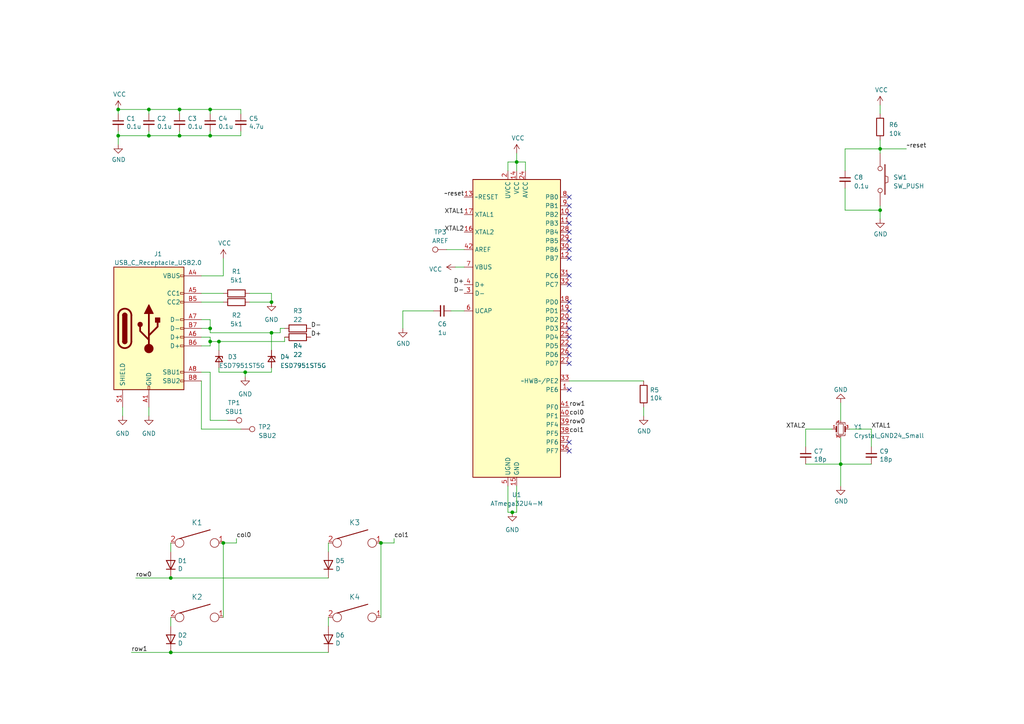
<source format=kicad_sch>
(kicad_sch (version 20210621) (generator eeschema)
  (paper "A4")
  (lib_symbols
    (symbol "Connector:TestPoint" (pin_numbers hide) (pin_names (offset 0.762) hide)
      (property "Reference" "TP" (at 0 6.858 0))
      (property "Value" "TestPoint" (at 0 5.08 0))
      (symbol "TestPoint_0_1"
        (circle (center 0 3.302) (radius 0.762))
      )
      (symbol "TestPoint_1_1"
        (pin passive line (at 0 0 90) (length 2.54) (name "1") (number "1"))
      )
    )
    (symbol "Connector:USB_C_Receptacle_USB2.0" (pin_names (offset 1.016))
      (property "Reference" "J" (at -10.16 19.05 0))
      (property "Value" "USB_C_Receptacle_USB2.0" (at 19.05 19.05 0))
      (symbol "USB_C_Receptacle_USB2.0_0_0"
        (rectangle (start -0.254 -17.78) (end 0.254 -16.764))
        (rectangle (start 10.16 -14.986) (end 9.144 -15.494))
        (rectangle (start 10.16 -12.446) (end 9.144 -12.954))
        (rectangle (start 10.16 -4.826) (end 9.144 -5.334))
        (rectangle (start 10.16 -2.286) (end 9.144 -2.794))
        (rectangle (start 10.16 0.254) (end 9.144 -0.254))
        (rectangle (start 10.16 2.794) (end 9.144 2.286))
        (rectangle (start 10.16 7.874) (end 9.144 7.366))
        (rectangle (start 10.16 10.414) (end 9.144 9.906))
        (rectangle (start 10.16 15.494) (end 9.144 14.986))
      )
      (symbol "USB_C_Receptacle_USB2.0_0_1"
        (arc (start -8.89 -3.81) (end -5.08 -3.81) (radius (at -6.985 -3.81) (length 1.905) (angles -179.9 -0.1)) (stroke (width 0.508)))
        (arc (start -7.62 -3.81) (end -6.35 -3.81) (radius (at -6.985 -3.81) (length 0.635) (angles -179.9 -0.1)) (stroke (width 0.254)))
        (arc (start -6.35 3.81) (end -7.62 3.81) (radius (at -6.985 3.81) (length 0.635) (angles 0.1 179.9)) (stroke (width 0.254)))
        (arc (start -5.08 3.81) (end -8.89 3.81) (radius (at -6.985 3.81) (length 1.905) (angles 0.1 179.9)) (stroke (width 0.508)))
        (arc (start -7.62 -3.81) (end -6.35 -3.81) (radius (at -6.985 -3.81) (length 0.635) (angles -179.9 -0.1)) (stroke (width 0.254)) (fill (type outline)))
        (arc (start -6.35 3.81) (end -7.62 3.81) (radius (at -6.985 3.81) (length 0.635) (angles 0.1 179.9)) (stroke (width 0.254)) (fill (type outline)))
        (circle (center -2.54 1.143) (radius 0.635) (stroke (width 0.254)) (fill (type outline)))
        (circle (center 0 -5.842) (radius 1.27) (fill (type outline)))
        (rectangle (start -7.62 -3.81) (end -6.35 3.81) (stroke (width 0.254)) (fill (type outline)))
        (rectangle (start 1.905 1.778) (end 3.175 3.048) (stroke (width 0.254)) (fill (type outline)))
        (rectangle (start -10.16 17.78) (end 10.16 -17.78) (stroke (width 0.254)) (fill (type background)))
        (polyline (pts (xy -8.89 -3.81) (xy -8.89 3.81)) (stroke (width 0.508)))
        (polyline (pts (xy -5.08 3.81) (xy -5.08 -3.81)) (stroke (width 0.508)))
        (polyline (pts (xy 0 -5.842) (xy 0 4.318)) (stroke (width 0.508)))
        (polyline (pts (xy 0 -3.302) (xy -2.54 -0.762) (xy -2.54 0.508)) (stroke (width 0.508)))
        (polyline (pts (xy 0 -2.032) (xy 2.54 0.508) (xy 2.54 1.778)) (stroke (width 0.508)))
        (polyline (pts (xy -1.27 4.318) (xy 0 6.858) (xy 1.27 4.318) (xy -1.27 4.318)) (stroke (width 0.254)) (fill (type outline)))
      )
      (symbol "USB_C_Receptacle_USB2.0_1_1"
        (pin passive line (at 0 -22.86 90) (length 5.08) (name "GND") (number "A1"))
        (pin passive line (at 0 -22.86 90) (length 5.08) hide (name "GND") (number "A12"))
        (pin passive line (at 15.24 15.24 180) (length 5.08) (name "VBUS") (number "A4"))
        (pin bidirectional line (at 15.24 10.16 180) (length 5.08) (name "CC1") (number "A5"))
        (pin bidirectional line (at 15.24 -2.54 180) (length 5.08) (name "D+") (number "A6"))
        (pin bidirectional line (at 15.24 2.54 180) (length 5.08) (name "D-") (number "A7"))
        (pin bidirectional line (at 15.24 -12.7 180) (length 5.08) (name "SBU1") (number "A8"))
        (pin passive line (at 15.24 15.24 180) (length 5.08) hide (name "VBUS") (number "A9"))
        (pin passive line (at 0 -22.86 90) (length 5.08) hide (name "GND") (number "B1"))
        (pin passive line (at 0 -22.86 90) (length 5.08) hide (name "GND") (number "B12"))
        (pin passive line (at 15.24 15.24 180) (length 5.08) hide (name "VBUS") (number "B4"))
        (pin bidirectional line (at 15.24 7.62 180) (length 5.08) (name "CC2") (number "B5"))
        (pin bidirectional line (at 15.24 -5.08 180) (length 5.08) (name "D+") (number "B6"))
        (pin bidirectional line (at 15.24 0 180) (length 5.08) (name "D-") (number "B7"))
        (pin bidirectional line (at 15.24 -15.24 180) (length 5.08) (name "SBU2") (number "B8"))
        (pin passive line (at 15.24 15.24 180) (length 5.08) hide (name "VBUS") (number "B9"))
        (pin passive line (at -7.62 -22.86 90) (length 5.08) (name "SHIELD") (number "S1"))
      )
    )
    (symbol "Device:C_Small" (pin_numbers hide) (pin_names (offset 0.254) hide)
      (property "Reference" "C" (at 0.254 1.778 0))
      (property "Value" "C_Small" (at 0.254 -2.032 0))
      (symbol "C_Small_0_1"
        (polyline (pts (xy -1.524 -0.508) (xy 1.524 -0.508)) (stroke (width 0.3302)))
        (polyline (pts (xy -1.524 0.508) (xy 1.524 0.508)) (stroke (width 0.3048)))
      )
      (symbol "C_Small_1_1"
        (pin passive line (at 0 2.54 270) (length 2.032) (name "~") (number "1"))
        (pin passive line (at 0 -2.54 90) (length 2.032) (name "~") (number "2"))
      )
    )
    (symbol "Device:Crystal_GND24_Small" (pin_names (offset 1.016) hide)
      (property "Reference" "Y" (at 1.27 4.445 0))
      (property "Value" "Crystal_GND24_Small" (at 1.27 2.54 0))
      (symbol "Crystal_GND24_Small_0_1"
        (rectangle (start -0.762 -1.524) (end 0.762 1.524))
        (polyline (pts (xy -1.27 -0.762) (xy -1.27 0.762)) (stroke (width 0.381)))
        (polyline (pts (xy 1.27 -0.762) (xy 1.27 0.762)) (stroke (width 0.381)))
        (polyline (pts (xy -1.27 -1.27) (xy -1.27 -1.905) (xy 1.27 -1.905) (xy 1.27 -1.27)))
        (polyline (pts (xy -1.27 1.27) (xy -1.27 1.905) (xy 1.27 1.905) (xy 1.27 1.27)))
      )
      (symbol "Crystal_GND24_Small_1_1"
        (pin passive line (at -2.54 0 0) (length 1.27) (name "1") (number "1"))
        (pin passive line (at 0 -2.54 90) (length 0.635) (name "2") (number "2"))
        (pin passive line (at 2.54 0 180) (length 1.27) (name "3") (number "3"))
        (pin passive line (at 0 2.54 270) (length 0.635) (name "4") (number "4"))
      )
    )
    (symbol "Device:D" (pin_numbers hide) (pin_names (offset 1.016) hide)
      (property "Reference" "D" (at 0 2.54 0))
      (property "Value" "D" (at 0 -2.54 0))
      (symbol "D_0_1"
        (polyline (pts (xy -1.27 1.27) (xy -1.27 -1.27)) (stroke (width 0.254)))
        (polyline (pts (xy 1.27 0) (xy -1.27 0)))
        (polyline (pts (xy 1.27 1.27) (xy 1.27 -1.27) (xy -1.27 0) (xy 1.27 1.27)) (stroke (width 0.254)))
      )
      (symbol "D_1_1"
        (pin passive line (at -3.81 0 0) (length 2.54) (name "K") (number "1"))
        (pin passive line (at 3.81 0 180) (length 2.54) (name "A") (number "2"))
      )
    )
    (symbol "Device:D_Zener_Small" (pin_numbers hide) (pin_names (offset 0.254) hide)
      (property "Reference" "D" (at 0 2.286 0))
      (property "Value" "D_Zener_Small" (at 0 -2.286 0))
      (symbol "D_Zener_Small_0_1"
        (polyline (pts (xy 0.762 0) (xy -0.762 0)))
        (polyline (pts (xy -0.254 1.016) (xy -0.762 1.016) (xy -0.762 -1.016)) (stroke (width 0.254)))
        (polyline (pts (xy 0.762 1.016) (xy -0.762 0) (xy 0.762 -1.016) (xy 0.762 1.016)) (stroke (width 0.254)))
      )
      (symbol "D_Zener_Small_1_1"
        (pin passive line (at -2.54 0 0) (length 1.778) (name "K") (number "1"))
        (pin passive line (at 2.54 0 180) (length 1.778) (name "A") (number "2"))
      )
    )
    (symbol "Device:R" (pin_numbers hide) (pin_names (offset 0))
      (property "Reference" "R" (at 2.032 0 90))
      (property "Value" "R" (at 0 0 90))
      (symbol "R_0_1"
        (rectangle (start -1.016 -2.54) (end 1.016 2.54) (stroke (width 0.254)))
      )
      (symbol "R_1_1"
        (pin passive line (at 0 3.81 270) (length 1.27) (name "~") (number "1"))
        (pin passive line (at 0 -3.81 90) (length 1.27) (name "~") (number "2"))
      )
    )
    (symbol "MCU_Microchip_ATmega:ATmega32U4-M"
      (property "Reference" "U" (at -12.7 44.45 0))
      (property "Value" "ATmega32U4-M" (at 2.54 -44.45 0))
      (symbol "ATmega32U4-M_0_1"
        (rectangle (start -12.7 -43.18) (end 12.7 43.18) (stroke (width 0.254)) (fill (type background)))
      )
      (symbol "ATmega32U4-M_1_1"
        (pin bidirectional line (at 15.24 -17.78 180) (length 2.54) (name "PE6") (number "1"))
        (pin bidirectional line (at 15.24 33.02 180) (length 2.54) (name "PB2") (number "10"))
        (pin bidirectional line (at 15.24 30.48 180) (length 2.54) (name "PB3") (number "11"))
        (pin bidirectional line (at 15.24 20.32 180) (length 2.54) (name "PB7") (number "12"))
        (pin input line (at -15.24 38.1 0) (length 2.54) (name "~RESET") (number "13"))
        (pin power_in line (at 0 45.72 270) (length 2.54) (name "VCC") (number "14"))
        (pin power_in line (at 0 -45.72 90) (length 2.54) (name "GND") (number "15"))
        (pin output line (at -15.24 27.94 0) (length 2.54) (name "XTAL2") (number "16"))
        (pin input line (at -15.24 33.02 0) (length 2.54) (name "XTAL1") (number "17"))
        (pin bidirectional line (at 15.24 7.62 180) (length 2.54) (name "PD0") (number "18"))
        (pin bidirectional line (at 15.24 5.08 180) (length 2.54) (name "PD1") (number "19"))
        (pin power_in line (at -2.54 45.72 270) (length 2.54) (name "UVCC") (number "2"))
        (pin bidirectional line (at 15.24 2.54 180) (length 2.54) (name "PD2") (number "20"))
        (pin bidirectional line (at 15.24 0 180) (length 2.54) (name "PD3") (number "21"))
        (pin bidirectional line (at 15.24 -5.08 180) (length 2.54) (name "PD5") (number "22"))
        (pin passive line (at 0 -45.72 90) (length 2.54) hide (name "GND") (number "23"))
        (pin power_in line (at 2.54 45.72 270) (length 2.54) (name "AVCC") (number "24"))
        (pin bidirectional line (at 15.24 -2.54 180) (length 2.54) (name "PD4") (number "25"))
        (pin bidirectional line (at 15.24 -7.62 180) (length 2.54) (name "PD6") (number "26"))
        (pin bidirectional line (at 15.24 -10.16 180) (length 2.54) (name "PD7") (number "27"))
        (pin bidirectional line (at 15.24 27.94 180) (length 2.54) (name "PB4") (number "28"))
        (pin bidirectional line (at 15.24 25.4 180) (length 2.54) (name "PB5") (number "29"))
        (pin bidirectional line (at -15.24 10.16 0) (length 2.54) (name "D-") (number "3"))
        (pin bidirectional line (at 15.24 22.86 180) (length 2.54) (name "PB6") (number "30"))
        (pin bidirectional line (at 15.24 15.24 180) (length 2.54) (name "PC6") (number "31"))
        (pin bidirectional line (at 15.24 12.7 180) (length 2.54) (name "PC7") (number "32"))
        (pin bidirectional line (at 15.24 -15.24 180) (length 2.54) (name "~HWB~/PE2") (number "33"))
        (pin passive line (at 0 45.72 270) (length 2.54) hide (name "VCC") (number "34"))
        (pin passive line (at 0 -45.72 90) (length 2.54) hide (name "GND") (number "35"))
        (pin bidirectional line (at 15.24 -35.56 180) (length 2.54) (name "PF7") (number "36"))
        (pin bidirectional line (at 15.24 -33.02 180) (length 2.54) (name "PF6") (number "37"))
        (pin bidirectional line (at 15.24 -30.48 180) (length 2.54) (name "PF5") (number "38"))
        (pin bidirectional line (at 15.24 -27.94 180) (length 2.54) (name "PF4") (number "39"))
        (pin bidirectional line (at -15.24 12.7 0) (length 2.54) (name "D+") (number "4"))
        (pin bidirectional line (at 15.24 -25.4 180) (length 2.54) (name "PF1") (number "40"))
        (pin bidirectional line (at 15.24 -22.86 180) (length 2.54) (name "PF0") (number "41"))
        (pin passive line (at -15.24 22.86 0) (length 2.54) (name "AREF") (number "42"))
        (pin passive line (at 0 -45.72 90) (length 2.54) hide (name "GND") (number "43"))
        (pin passive line (at 2.54 45.72 270) (length 2.54) hide (name "AVCC") (number "44"))
        (pin passive line (at 0 -45.72 90) (length 2.54) hide (name "GND") (number "45"))
        (pin passive line (at -2.54 -45.72 90) (length 2.54) (name "UGND") (number "5"))
        (pin passive line (at -15.24 5.08 0) (length 2.54) (name "UCAP") (number "6"))
        (pin input line (at -15.24 17.78 0) (length 2.54) (name "VBUS") (number "7"))
        (pin bidirectional line (at 15.24 38.1 180) (length 2.54) (name "PB0") (number "8"))
        (pin bidirectional line (at 15.24 35.56 180) (length 2.54) (name "PB1") (number "9"))
      )
    )
    (symbol "keyboard_parts:KEYSW" (pin_names (offset 1.016))
      (property "Reference" "K?" (at -1.27 0 0))
      (symbol "KEYSW_0_1"
        (circle (center -5.08 0) (radius 1.27))
        (circle (center 5.08 0) (radius 1.27))
        (polyline (pts (xy -5.08 1.27) (xy 3.81 3.81)) (stroke (width 0.254)))
      )
      (symbol "KEYSW_1_1"
        (pin passive line (at 7.62 0 180) (length 1.27) (name "~") (number "1"))
        (pin passive line (at -7.62 0 0) (length 1.27) (name "~") (number "2"))
      )
    )
    (symbol "keyboard_parts:SW_PUSH" (pin_numbers hide) (pin_names (offset 1.016) hide)
      (property "Reference" "SW" (at 3.81 2.794 0))
      (property "Value" "SW_PUSH" (at 0 -2.032 0))
      (symbol "SW_PUSH_0_1"
        (rectangle (start -4.318 1.27) (end 4.318 1.524))
        (polyline (pts (xy -1.016 1.524) (xy -0.762 2.286) (xy 0.762 2.286) (xy 1.016 1.524)))
        (pin passive inverted (at -7.62 0 0) (length 5.08) (name "1") (number "1"))
        (pin passive inverted (at 7.62 0 180) (length 5.08) (name "2") (number "2"))
      )
    )
    (symbol "power:GND" (power) (pin_names (offset 0))
      (property "Value" "GND" (at 0 -3.81 0))
      (symbol "GND_0_1"
        (polyline (pts (xy 0 0) (xy 0 -1.27) (xy 1.27 -1.27) (xy 0 -2.54) (xy -1.27 -1.27) (xy 0 -1.27)))
      )
      (symbol "GND_1_1"
        (pin power_in line (at 0 0 270) (length 0) hide (name "GND") (number "1"))
      )
    )
    (symbol "power:VCC" (power) (pin_names (offset 0))
      (property "Value" "VCC" (at 0 3.81 0))
      (symbol "VCC_0_1"
        (polyline (pts (xy -0.762 1.27) (xy 0 2.54)))
        (polyline (pts (xy 0 0) (xy 0 2.54)))
        (polyline (pts (xy 0 2.54) (xy 0.762 1.27)))
      )
      (symbol "VCC_1_1"
        (pin power_in line (at 0 0 90) (length 0) hide (name "VCC") (number "1"))
      )
    )
  )
  (junction (at 34.29 31.75) (diameter 0.9144))
  (junction (at 34.29 39.37) (diameter 0.9144))
  (junction (at 43.18 31.75) (diameter 0.9144))
  (junction (at 43.18 39.37) (diameter 0.9144))
  (junction (at 49.53 167.64) (diameter 0.9144))
  (junction (at 49.53 189.23) (diameter 0.9144))
  (junction (at 52.07 31.75) (diameter 0.9144))
  (junction (at 52.07 39.37) (diameter 0.9144))
  (junction (at 60.96 31.75) (diameter 0.9144))
  (junction (at 60.96 39.37) (diameter 0.9144))
  (junction (at 60.96 95.25) (diameter 0.9144))
  (junction (at 60.96 99.06) (diameter 0.9144))
  (junction (at 63.5 99.06) (diameter 0.9144))
  (junction (at 64.77 157.48) (diameter 0.9144))
  (junction (at 71.12 107.95) (diameter 0.9144))
  (junction (at 78.74 87.63) (diameter 0.9144))
  (junction (at 78.74 96.52) (diameter 0.9144))
  (junction (at 110.49 157.48) (diameter 0.9144))
  (junction (at 148.59 148.59) (diameter 0.9144))
  (junction (at 149.86 46.99) (diameter 0.9144))
  (junction (at 243.84 134.62) (diameter 0.9144))
  (junction (at 255.27 43.18) (diameter 0.9144))
  (junction (at 255.27 60.96) (diameter 0.9144))
  (no_connect (at 165.1 57.15))
  (no_connect (at 165.1 59.69))
  (no_connect (at 165.1 62.23))
  (no_connect (at 165.1 64.77))
  (no_connect (at 165.1 67.31))
  (no_connect (at 165.1 69.85))
  (no_connect (at 165.1 72.39))
  (no_connect (at 165.1 74.93))
  (no_connect (at 165.1 80.01))
  (no_connect (at 165.1 82.55))
  (no_connect (at 165.1 87.63))
  (no_connect (at 165.1 90.17))
  (no_connect (at 165.1 92.71))
  (no_connect (at 165.1 95.25))
  (no_connect (at 165.1 97.79))
  (no_connect (at 165.1 100.33))
  (no_connect (at 165.1 102.87))
  (no_connect (at 165.1 105.41))
  (no_connect (at 165.1 113.03))
  (no_connect (at 165.1 128.27))
  (no_connect (at 165.1 130.81))
  (wire (pts (xy 34.29 31.75) (xy 34.29 33.02)))
  (wire (pts (xy 34.29 38.1) (xy 34.29 39.37)))
  (wire (pts (xy 34.29 39.37) (xy 34.29 41.91)))
  (wire (pts (xy 35.56 118.11) (xy 35.56 120.65)))
  (wire (pts (xy 38.1 189.23) (xy 49.53 189.23)))
  (wire (pts (xy 39.37 167.64) (xy 49.53 167.64)))
  (wire (pts (xy 43.18 31.75) (xy 34.29 31.75)))
  (wire (pts (xy 43.18 31.75) (xy 43.18 33.02)))
  (wire (pts (xy 43.18 39.37) (xy 34.29 39.37)))
  (wire (pts (xy 43.18 39.37) (xy 43.18 38.1)))
  (wire (pts (xy 43.18 39.37) (xy 52.07 39.37)))
  (wire (pts (xy 43.18 118.11) (xy 43.18 120.65)))
  (wire (pts (xy 49.53 157.48) (xy 49.53 160.02)))
  (wire (pts (xy 49.53 167.64) (xy 95.25 167.64)))
  (wire (pts (xy 49.53 179.07) (xy 49.53 181.61)))
  (wire (pts (xy 49.53 189.23) (xy 95.25 189.23)))
  (wire (pts (xy 52.07 31.75) (xy 43.18 31.75)))
  (wire (pts (xy 52.07 31.75) (xy 52.07 33.02)))
  (wire (pts (xy 52.07 38.1) (xy 52.07 39.37)))
  (wire (pts (xy 52.07 39.37) (xy 60.96 39.37)))
  (wire (pts (xy 58.42 80.01) (xy 64.77 80.01)))
  (wire (pts (xy 58.42 85.09) (xy 64.77 85.09)))
  (wire (pts (xy 58.42 87.63) (xy 64.77 87.63)))
  (wire (pts (xy 58.42 95.25) (xy 60.96 95.25)))
  (wire (pts (xy 58.42 97.79) (xy 60.96 97.79)))
  (wire (pts (xy 58.42 100.33) (xy 60.96 100.33)))
  (wire (pts (xy 58.42 124.46) (xy 58.42 110.49)))
  (wire (pts (xy 58.42 124.46) (xy 69.85 124.46)))
  (wire (pts (xy 60.96 31.75) (xy 52.07 31.75)))
  (wire (pts (xy 60.96 31.75) (xy 60.96 33.02)))
  (wire (pts (xy 60.96 38.1) (xy 60.96 39.37)))
  (wire (pts (xy 60.96 39.37) (xy 69.85 39.37)))
  (wire (pts (xy 60.96 92.71) (xy 58.42 92.71)))
  (wire (pts (xy 60.96 92.71) (xy 60.96 95.25)))
  (wire (pts (xy 60.96 95.25) (xy 60.96 96.52)))
  (wire (pts (xy 60.96 96.52) (xy 78.74 96.52)))
  (wire (pts (xy 60.96 97.79) (xy 60.96 99.06)))
  (wire (pts (xy 60.96 99.06) (xy 63.5 99.06)))
  (wire (pts (xy 60.96 100.33) (xy 60.96 99.06)))
  (wire (pts (xy 60.96 107.95) (xy 58.42 107.95)))
  (wire (pts (xy 60.96 121.92) (xy 60.96 107.95)))
  (wire (pts (xy 60.96 121.92) (xy 66.04 121.92)))
  (wire (pts (xy 63.5 99.06) (xy 63.5 101.6)))
  (wire (pts (xy 63.5 99.06) (xy 82.55 99.06)))
  (wire (pts (xy 63.5 106.68) (xy 63.5 107.95)))
  (wire (pts (xy 63.5 107.95) (xy 71.12 107.95)))
  (wire (pts (xy 64.77 74.93) (xy 64.77 80.01)))
  (wire (pts (xy 64.77 157.48) (xy 64.77 179.07)))
  (wire (pts (xy 64.77 157.48) (xy 68.58 157.48)))
  (wire (pts (xy 68.58 157.48) (xy 68.58 156.21)))
  (wire (pts (xy 69.85 31.75) (xy 60.96 31.75)))
  (wire (pts (xy 69.85 33.02) (xy 69.85 31.75)))
  (wire (pts (xy 69.85 39.37) (xy 69.85 38.1)))
  (wire (pts (xy 71.12 107.95) (xy 71.12 109.22)))
  (wire (pts (xy 71.12 107.95) (xy 78.74 107.95)))
  (wire (pts (xy 72.39 85.09) (xy 78.74 85.09)))
  (wire (pts (xy 72.39 87.63) (xy 78.74 87.63)))
  (wire (pts (xy 78.74 85.09) (xy 78.74 87.63)))
  (wire (pts (xy 78.74 96.52) (xy 78.74 101.6)))
  (wire (pts (xy 78.74 96.52) (xy 81.28 96.52)))
  (wire (pts (xy 78.74 107.95) (xy 78.74 106.68)))
  (wire (pts (xy 81.28 95.25) (xy 82.55 95.25)))
  (wire (pts (xy 81.28 96.52) (xy 81.28 95.25)))
  (wire (pts (xy 82.55 99.06) (xy 82.55 97.79)))
  (wire (pts (xy 95.25 160.02) (xy 95.25 157.48)))
  (wire (pts (xy 95.25 179.07) (xy 95.25 181.61)))
  (wire (pts (xy 110.49 157.48) (xy 110.49 179.07)))
  (wire (pts (xy 110.49 157.48) (xy 114.3 157.48)))
  (wire (pts (xy 114.3 157.48) (xy 114.3 156.21)))
  (wire (pts (xy 116.84 90.17) (xy 116.84 95.25)))
  (wire (pts (xy 125.73 90.17) (xy 116.84 90.17)))
  (wire (pts (xy 129.54 72.39) (xy 134.62 72.39)))
  (wire (pts (xy 130.81 90.17) (xy 134.62 90.17)))
  (wire (pts (xy 132.08 77.47) (xy 134.62 77.47)))
  (wire (pts (xy 147.32 46.99) (xy 147.32 49.53)))
  (wire (pts (xy 147.32 140.97) (xy 147.32 148.59)))
  (wire (pts (xy 147.32 148.59) (xy 148.59 148.59)))
  (wire (pts (xy 148.59 148.59) (xy 149.86 148.59)))
  (wire (pts (xy 149.86 44.45) (xy 149.86 46.99)))
  (wire (pts (xy 149.86 46.99) (xy 147.32 46.99)))
  (wire (pts (xy 149.86 46.99) (xy 149.86 49.53)))
  (wire (pts (xy 149.86 46.99) (xy 152.4 46.99)))
  (wire (pts (xy 149.86 140.97) (xy 149.86 148.59)))
  (wire (pts (xy 152.4 46.99) (xy 152.4 49.53)))
  (wire (pts (xy 165.1 110.49) (xy 186.69 110.49)))
  (wire (pts (xy 186.69 118.11) (xy 186.69 120.65)))
  (wire (pts (xy 233.68 124.46) (xy 233.68 129.54)))
  (wire (pts (xy 233.68 124.46) (xy 241.3 124.46)))
  (wire (pts (xy 243.84 116.84) (xy 243.84 121.92)))
  (wire (pts (xy 243.84 127) (xy 243.84 134.62)))
  (wire (pts (xy 243.84 134.62) (xy 233.68 134.62)))
  (wire (pts (xy 243.84 134.62) (xy 243.84 140.97)))
  (wire (pts (xy 245.11 43.18) (xy 245.11 49.53)))
  (wire (pts (xy 245.11 54.61) (xy 245.11 60.96)))
  (wire (pts (xy 245.11 60.96) (xy 255.27 60.96)))
  (wire (pts (xy 246.38 124.46) (xy 252.73 124.46)))
  (wire (pts (xy 252.73 124.46) (xy 252.73 129.54)))
  (wire (pts (xy 252.73 134.62) (xy 243.84 134.62)))
  (wire (pts (xy 255.27 30.48) (xy 255.27 33.02)))
  (wire (pts (xy 255.27 40.64) (xy 255.27 43.18)))
  (wire (pts (xy 255.27 43.18) (xy 245.11 43.18)))
  (wire (pts (xy 255.27 43.18) (xy 255.27 44.45)))
  (wire (pts (xy 255.27 59.69) (xy 255.27 60.96)))
  (wire (pts (xy 255.27 60.96) (xy 255.27 63.5)))
  (wire (pts (xy 262.89 43.18) (xy 255.27 43.18)))
  (label "row1" (at 38.1 189.23 0))
  (label "row0" (at 39.37 167.64 0))
  (label "col0" (at 68.58 156.21 0))
  (label "D-" (at 90.17 95.25 0))
  (label "D+" (at 90.17 97.79 0))
  (label "col1" (at 114.3 156.21 0))
  (label "~reset" (at 134.62 57.15 180))
  (label "XTAL1" (at 134.62 62.23 180))
  (label "XTAL2" (at 134.62 67.31 180))
  (label "D+" (at 134.62 82.55 180))
  (label "D-" (at 134.62 85.09 180))
  (label "row1" (at 165.1 118.11 0))
  (label "col0" (at 165.1 120.65 0))
  (label "row0" (at 165.1 123.19 0))
  (label "col1" (at 165.1 125.73 0))
  (label "XTAL2" (at 233.68 124.46 180))
  (label "XTAL1" (at 252.73 124.46 0))
  (label "~reset" (at 262.89 43.18 0))
  (symbol (lib_id "power:VCC") (at 34.29 31.75 0) (unit 1)
    (property "Reference" "#PWR01" (effects hide))
    (property "Value" "VCC" (at 34.671 27.3558 0))
  )
  (symbol (lib_id "power:VCC") (at 64.77 74.93 0) (unit 1)
    (property "Reference" "#PWR05" (effects hide))
    (property "Value" "VCC" (at 65.151 70.5358 0))
  )
  (symbol (lib_id "power:VCC") (at 132.08 77.47 90) (unit 1)
    (property "Reference" "#PWR09" (effects hide))
    (property "Value" "VCC" (at 128.27 78.1049 90) (effects (justify left)))
  )
  (symbol (lib_id "power:VCC") (at 149.86 44.45 0) (unit 1)
    (property "Reference" "#PWR011" (effects hide))
    (property "Value" "VCC" (at 150.241 40.0558 0))
  )
  (symbol (lib_id "power:VCC") (at 255.27 30.48 0) (unit 1)
    (property "Reference" "#PWR015" (effects hide))
    (property "Value" "VCC" (at 255.651 26.0858 0))
  )
  (symbol (lib_id "Connector:TestPoint") (at 66.04 121.92 270) (unit 1)
    (property "Reference" "TP1" (at 67.8815 116.84 90))
    (property "Value" "SBU1" (at 67.8815 119.38 90))
    (property "Footprint" "TestPoint:TestPoint_Pad_D1.0mm" (effects hide))
  )
  (symbol (lib_id "Connector:TestPoint") (at 69.85 124.46 270) (unit 1)
    (property "Reference" "TP2" (at 74.93 123.8249 90) (effects (justify left)))
    (property "Value" "SBU2" (at 74.93 126.3649 90) (effects (justify left)))
    (property "Footprint" "TestPoint:TestPoint_Pad_D1.0mm" (effects hide))
  )
  (symbol (lib_id "Connector:TestPoint") (at 129.54 72.39 90) (unit 1)
    (property "Reference" "TP3" (at 127.6985 67.31 90))
    (property "Value" "AREF" (at 127.6985 69.85 90))
    (property "Footprint" "TestPoint:TestPoint_Pad_D1.0mm" (effects hide))
  )
  (symbol (lib_id "power:GND") (at 34.29 41.91 0) (unit 1)
    (property "Reference" "#PWR02" (effects hide))
    (property "Value" "GND" (at 34.417 46.3042 0))
  )
  (symbol (lib_id "power:GND") (at 35.56 120.65 0) (unit 1)
    (property "Reference" "#PWR03" (effects hide))
    (property "Value" "GND" (at 35.56 125.73 0))
  )
  (symbol (lib_id "power:GND") (at 43.18 120.65 0) (unit 1)
    (property "Reference" "#PWR04" (effects hide))
    (property "Value" "GND" (at 43.18 125.73 0))
  )
  (symbol (lib_id "power:GND") (at 71.12 109.22 0) (unit 1)
    (property "Reference" "#PWR06" (effects hide))
    (property "Value" "GND" (at 71.12 114.3 0))
  )
  (symbol (lib_id "power:GND") (at 78.74 87.63 0) (unit 1)
    (property "Reference" "#PWR07" (effects hide))
    (property "Value" "GND" (at 78.74 92.71 0))
  )
  (symbol (lib_id "power:GND") (at 116.84 95.25 0) (unit 1)
    (property "Reference" "#PWR08" (effects hide))
    (property "Value" "GND" (at 116.967 99.6442 0))
  )
  (symbol (lib_id "power:GND") (at 148.59 148.59 0) (unit 1)
    (property "Reference" "#PWR010" (effects hide))
    (property "Value" "GND" (at 148.59 153.67 0))
  )
  (symbol (lib_id "power:GND") (at 186.69 120.65 0) (unit 1)
    (property "Reference" "#PWR012" (effects hide))
    (property "Value" "GND" (at 186.817 125.0442 0))
  )
  (symbol (lib_id "power:GND") (at 243.84 116.84 180) (unit 1)
    (property "Reference" "#PWR013" (effects hide))
    (property "Value" "GND" (at 243.84 113.03 0))
  )
  (symbol (lib_id "power:GND") (at 243.84 140.97 0) (unit 1)
    (property "Reference" "#PWR014" (effects hide))
    (property "Value" "GND" (at 243.967 145.3642 0))
  )
  (symbol (lib_id "power:GND") (at 255.27 63.5 0) (unit 1)
    (property "Reference" "#PWR016" (effects hide))
    (property "Value" "GND" (at 255.397 67.8942 0))
  )
  (symbol (lib_id "Device:D_Zener_Small") (at 63.5 104.14 270) (unit 1)
    (property "Reference" "D3" (at 66.04 103.5049 90) (effects (justify left)))
    (property "Value" "ESD7951ST5G" (at 63.5 106.0449 90) (effects (justify left)))
    (property "Footprint" "Diode_SMD:D_SOD-923" (effects hide))
  )
  (symbol (lib_id "Device:D_Zener_Small") (at 78.74 104.14 270) (unit 1)
    (property "Reference" "D4" (at 81.28 103.5049 90) (effects (justify left)))
    (property "Value" "ESD7951ST5G" (at 81.28 106.0449 90) (effects (justify left)))
    (property "Footprint" "Diode_SMD:D_SOD-923" (effects hide))
  )
  (symbol (lib_id "Device:R") (at 68.58 85.09 270) (unit 1)
    (property "Reference" "R1" (at 68.58 78.74 90))
    (property "Value" "5k1" (at 68.58 81.28 90))
    (property "Footprint" "Resistor_SMD:R_0402_1005Metric" (effects hide))
  )
  (symbol (lib_id "Device:R") (at 68.58 87.63 270) (unit 1)
    (property "Reference" "R2" (at 68.58 91.44 90))
    (property "Value" "5k1" (at 68.58 93.98 90))
    (property "Footprint" "Resistor_SMD:R_0402_1005Metric" (effects hide))
  )
  (symbol (lib_id "Device:R") (at 86.36 95.25 270) (unit 1)
    (property "Reference" "R3" (at 86.36 90.17 90))
    (property "Value" "22" (at 86.36 92.71 90))
    (property "Footprint" "Resistor_SMD:R_0402_1005Metric" (effects hide))
  )
  (symbol (lib_id "Device:R") (at 86.36 97.79 270) (unit 1)
    (property "Reference" "R4" (at 86.36 100.33 90))
    (property "Value" "22" (at 86.36 102.87 90))
    (property "Footprint" "Resistor_SMD:R_0402_1005Metric" (effects hide))
  )
  (symbol (lib_id "Device:R") (at 186.69 114.3 0) (unit 1)
    (property "Reference" "R5" (at 188.468 113.1316 0) (effects (justify left)))
    (property "Value" "10k" (at 188.468 115.443 0) (effects (justify left)))
    (property "Footprint" "Resistor_SMD:R_0402_1005Metric" (effects hide))
  )
  (symbol (lib_id "Device:R") (at 255.27 36.83 0) (unit 1)
    (property "Reference" "R6" (at 257.81 36.1949 0) (effects (justify left)))
    (property "Value" "10k" (at 257.81 38.7349 0) (effects (justify left)))
    (property "Footprint" "Resistor_SMD:R_0402_1005Metric" (effects hide))
  )
  (symbol (lib_id "Device:C_Small") (at 34.29 35.56 0) (unit 1)
    (property "Reference" "C1" (at 36.6268 34.3916 0) (effects (justify left)))
    (property "Value" "0.1u" (at 36.6268 36.703 0) (effects (justify left)))
    (property "Footprint" "Capacitor_SMD:C_0402_1005Metric" (effects hide))
  )
  (symbol (lib_id "Device:C_Small") (at 43.18 35.56 0) (unit 1)
    (property "Reference" "C2" (at 45.5168 34.3916 0) (effects (justify left)))
    (property "Value" "0.1u" (at 45.5168 36.703 0) (effects (justify left)))
    (property "Footprint" "Capacitor_SMD:C_0402_1005Metric" (effects hide))
  )
  (symbol (lib_id "Device:C_Small") (at 52.07 35.56 0) (unit 1)
    (property "Reference" "C3" (at 54.4068 34.3916 0) (effects (justify left)))
    (property "Value" "0.1u" (at 54.4068 36.703 0) (effects (justify left)))
    (property "Footprint" "Capacitor_SMD:C_0402_1005Metric" (effects hide))
  )
  (symbol (lib_id "Device:C_Small") (at 60.96 35.56 0) (unit 1)
    (property "Reference" "C4" (at 63.2968 34.3916 0) (effects (justify left)))
    (property "Value" "0.1u" (at 63.2968 36.703 0) (effects (justify left)))
    (property "Footprint" "Capacitor_SMD:C_0402_1005Metric" (effects hide))
  )
  (symbol (lib_id "Device:C_Small") (at 69.85 35.56 0) (unit 1)
    (property "Reference" "C5" (at 72.1868 34.3916 0) (effects (justify left)))
    (property "Value" "4.7u" (at 72.1868 36.703 0) (effects (justify left)))
    (property "Footprint" "Capacitor_SMD:C_0402_1005Metric" (effects hide))
  )
  (symbol (lib_id "Device:C_Small") (at 128.27 90.17 270) (unit 1)
    (property "Reference" "C6" (at 128.27 93.98 90))
    (property "Value" "1u" (at 128.27 96.52 90))
    (property "Footprint" "Capacitor_SMD:C_0402_1005Metric" (effects hide))
  )
  (symbol (lib_id "Device:C_Small") (at 233.68 132.08 0) (unit 1)
    (property "Reference" "C7" (at 236.0168 130.9116 0) (effects (justify left)))
    (property "Value" "18p" (at 236.0168 133.223 0) (effects (justify left)))
    (property "Footprint" "Capacitor_SMD:C_0402_1005Metric" (effects hide))
  )
  (symbol (lib_id "Device:C_Small") (at 245.11 52.07 0) (unit 1)
    (property "Reference" "C8" (at 247.65 51.4349 0) (effects (justify left)))
    (property "Value" "0.1u" (at 247.65 53.9749 0) (effects (justify left)))
    (property "Footprint" "Capacitor_SMD:C_0402_1005Metric" (effects hide))
  )
  (symbol (lib_id "Device:C_Small") (at 252.73 132.08 0) (unit 1)
    (property "Reference" "C9" (at 255.0668 130.9116 0) (effects (justify left)))
    (property "Value" "18p" (at 255.0668 133.223 0) (effects (justify left)))
    (property "Footprint" "Capacitor_SMD:C_0402_1005Metric" (effects hide))
  )
  (symbol (lib_id "Device:D") (at 49.53 163.83 90) (unit 1)
    (property "Reference" "D1" (at 51.562 162.6616 90) (effects (justify right)))
    (property "Value" "D" (at 51.562 164.973 90) (effects (justify right)))
    (property "Footprint" "Diode_SMD:D_SOD-123" (effects hide))
  )
  (symbol (lib_id "Device:D") (at 49.53 185.42 90) (unit 1)
    (property "Reference" "D2" (at 51.562 184.2516 90) (effects (justify right)))
    (property "Value" "D" (at 51.562 186.563 90) (effects (justify right)))
    (property "Footprint" "Diode_SMD:D_SOD-123" (effects hide))
  )
  (symbol (lib_id "Device:D") (at 95.25 163.83 90) (unit 1)
    (property "Reference" "D5" (at 97.282 162.6616 90) (effects (justify right)))
    (property "Value" "D" (at 97.282 164.973 90) (effects (justify right)))
    (property "Footprint" "Diode_SMD:D_SOD-123" (effects hide))
  )
  (symbol (lib_id "Device:D") (at 95.25 185.42 90) (unit 1)
    (property "Reference" "D6" (at 97.282 184.2516 90) (effects (justify right)))
    (property "Value" "D" (at 97.282 186.563 90) (effects (justify right)))
    (property "Footprint" "Diode_SMD:D_SOD-123" (effects hide))
  )
  (symbol (lib_id "Device:Crystal_GND24_Small") (at 243.84 124.46 0) (unit 1)
    (property "Reference" "Y1" (at 247.65 123.8249 0) (effects (justify left)))
    (property "Value" "Crystal_GND24_Small" (at 247.65 126.3649 0) (effects (justify left)))
    (property "Footprint" "Crystal:Crystal_SMD_SeikoEpson_FA238-4Pin_3.2x2.5mm" (effects hide))
  )
  (symbol (lib_id "keyboard_parts:SW_PUSH") (at 255.27 52.07 270) (unit 1)
    (property "Reference" "SW1" (at 259.08 51.4349 90) (effects (justify left)))
    (property "Value" "SW_PUSH" (at 259.08 53.9749 90) (effects (justify left)))
    (property "Footprint" "Button_Switch_SMD:SW_SPST_CK_RS282G05A3" (effects hide))
  )
  (symbol (lib_id "keyboard_parts:KEYSW") (at 57.15 157.48 0) (unit 1)
    (property "Reference" "K1" (at 57.15 151.5618 0) (effects (font (size 1.524 1.524))))
    (property "Value" "KEYSW" (effects hide))
    (property "Footprint" "Button_Switch_Keyboard:SW_Cherry_MX_1.00u_PCB" (effects hide))
  )
  (symbol (lib_id "keyboard_parts:KEYSW") (at 57.15 179.07 0) (unit 1)
    (property "Reference" "K2" (at 57.15 173.1518 0) (effects (font (size 1.524 1.524))))
    (property "Value" "KEYSW" (effects hide))
    (property "Footprint" "Button_Switch_Keyboard:SW_Cherry_MX_1.00u_PCB" (effects hide))
  )
  (symbol (lib_id "keyboard_parts:KEYSW") (at 102.87 157.48 0) (unit 1)
    (property "Reference" "K3" (at 102.87 151.5618 0) (effects (font (size 1.524 1.524))))
    (property "Value" "KEYSW" (effects hide))
    (property "Footprint" "Button_Switch_Keyboard:SW_Cherry_MX_1.00u_PCB" (effects hide))
  )
  (symbol (lib_id "keyboard_parts:KEYSW") (at 102.87 179.07 0) (unit 1)
    (property "Reference" "K4" (at 102.87 173.1518 0) (effects (font (size 1.524 1.524))))
    (property "Value" "KEYSW" (effects hide))
    (property "Footprint" "Button_Switch_Keyboard:SW_Cherry_MX_1.00u_PCB" (effects hide))
  )
  (symbol (lib_id "Connector:USB_C_Receptacle_USB2.0") (at 43.18 95.25 0) (unit 1)
    (property "Reference" "J1" (at 45.847 73.66 0))
    (property "Value" "USB_C_Receptacle_USB2.0" (at 45.847 76.2 0))
    (property "Footprint" "Connector_USB:USB_C_Receptacle_Amphenol_12401610E4-2A" (effects hide))
    (property "Datasheet" "https://www.usb.org/sites/default/files/documents/usb_type-c.zip" (effects hide))
  )
  (symbol (lib_id "MCU_Microchip_ATmega:ATmega32U4-M") (at 149.86 95.25 0) (unit 1)
    (property "Reference" "U1" (at 149.86 143.51 0))
    (property "Value" "ATmega32U4-M" (at 149.86 146.05 0))
    (property "Footprint" "Package_DFN_QFN:QFN-44-1EP_7x7mm_P0.5mm_EP5.2x5.2mm" (effects hide))
    (property "Datasheet" "http://ww1.microchip.com/downloads/en/DeviceDoc/Atmel-7766-8-bit-AVR-ATmega16U4-32U4_Datasheet.pdf" (effects hide))
  )
)
</source>
